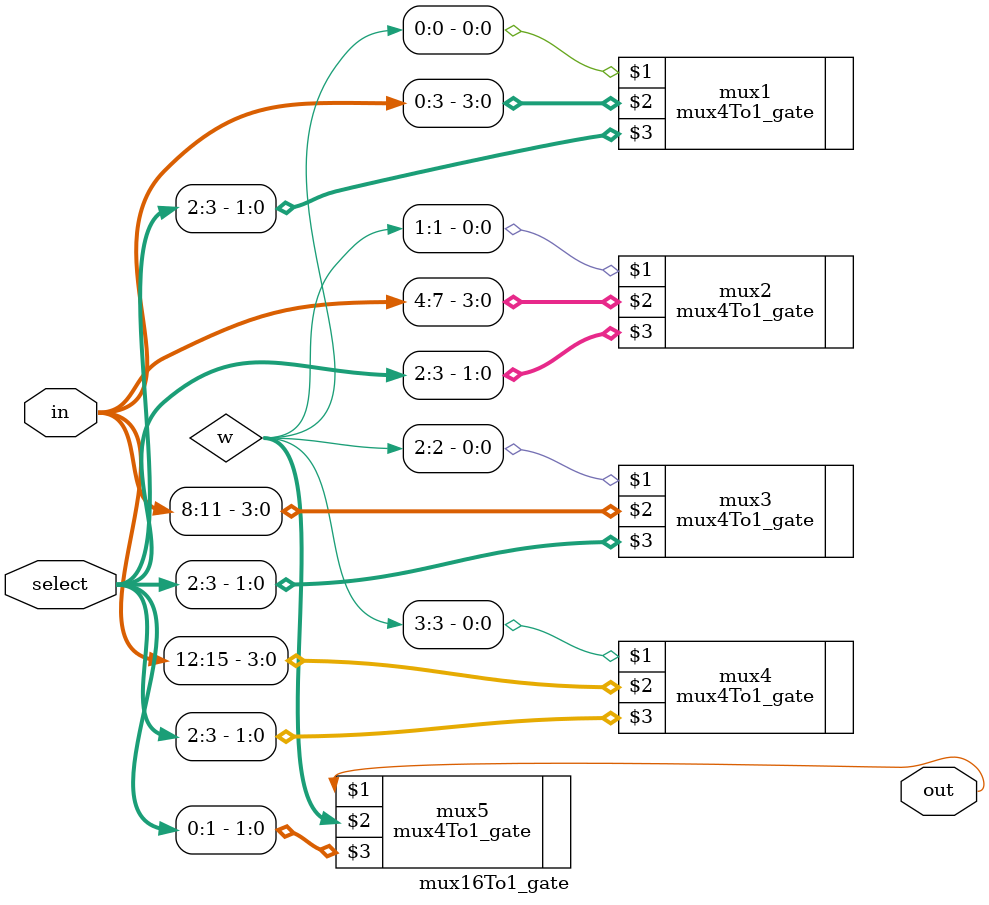
<source format=v>
module mux16To1_gate(out, in, select);
  input [0:15]in;
  input [0:3]select;
  output  out;
  wire  [0:3]w;
  
  mux4To1_gate  mux1(w[0], in[0:3], select[2:3]);
  mux4To1_gate  mux2(w[1], in[4:7], select[2:3]);
  mux4To1_gate  mux3(w[2], in[8:11], select[2:3]);
  mux4To1_gate  mux4(w[3], in[12:15], select[2:3]);
  mux4To1_gate  mux5(out, w[0:3], select[0:1]);
endmodule
</source>
